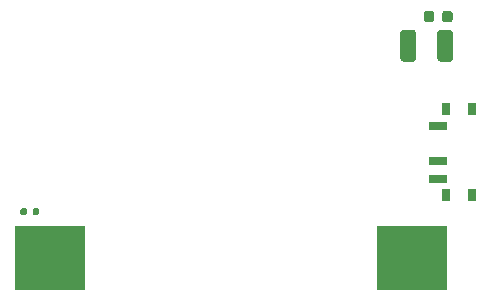
<source format=gbr>
%TF.GenerationSoftware,KiCad,Pcbnew,(5.1.9)-1*%
%TF.CreationDate,2021-12-28T16:52:40+01:00*%
%TF.ProjectId,heart,68656172-742e-46b6-9963-61645f706362,rev?*%
%TF.SameCoordinates,Original*%
%TF.FileFunction,Paste,Bot*%
%TF.FilePolarity,Positive*%
%FSLAX46Y46*%
G04 Gerber Fmt 4.6, Leading zero omitted, Abs format (unit mm)*
G04 Created by KiCad (PCBNEW (5.1.9)-1) date 2021-12-28 16:52:40*
%MOMM*%
%LPD*%
G01*
G04 APERTURE LIST*
%ADD10R,6.000000X5.500000*%
%ADD11R,0.800000X1.000000*%
%ADD12R,1.500000X0.700000*%
G04 APERTURE END LIST*
D10*
%TO.C,CR2450*%
X65300000Y-82000000D03*
X34700000Y-82000000D03*
%TD*%
D11*
%TO.C,SW1*%
X68220000Y-69350000D03*
X68220000Y-76650000D03*
X70430000Y-76650000D03*
X70430000Y-69350000D03*
D12*
X67570000Y-75250000D03*
X67570000Y-73750000D03*
X67570000Y-70750000D03*
%TD*%
%TO.C,C0*%
G36*
G01*
X67462500Y-65100002D02*
X67462500Y-62899998D01*
G75*
G02*
X67712498Y-62650000I249998J0D01*
G01*
X68537502Y-62650000D01*
G75*
G02*
X68787500Y-62899998I0J-249998D01*
G01*
X68787500Y-65100002D01*
G75*
G02*
X68537502Y-65350000I-249998J0D01*
G01*
X67712498Y-65350000D01*
G75*
G02*
X67462500Y-65100002I0J249998D01*
G01*
G37*
G36*
G01*
X64337500Y-65100002D02*
X64337500Y-62899998D01*
G75*
G02*
X64587498Y-62650000I249998J0D01*
G01*
X65412502Y-62650000D01*
G75*
G02*
X65662500Y-62899998I0J-249998D01*
G01*
X65662500Y-65100002D01*
G75*
G02*
X65412502Y-65350000I-249998J0D01*
G01*
X64587498Y-65350000D01*
G75*
G02*
X64337500Y-65100002I0J249998D01*
G01*
G37*
%TD*%
%TO.C,C1*%
G36*
G01*
X67875000Y-61775000D02*
X67875000Y-61275000D01*
G75*
G02*
X68100000Y-61050000I225000J0D01*
G01*
X68550000Y-61050000D01*
G75*
G02*
X68775000Y-61275000I0J-225000D01*
G01*
X68775000Y-61775000D01*
G75*
G02*
X68550000Y-62000000I-225000J0D01*
G01*
X68100000Y-62000000D01*
G75*
G02*
X67875000Y-61775000I0J225000D01*
G01*
G37*
G36*
G01*
X66325000Y-61775000D02*
X66325000Y-61275000D01*
G75*
G02*
X66550000Y-61050000I225000J0D01*
G01*
X67000000Y-61050000D01*
G75*
G02*
X67225000Y-61275000I0J-225000D01*
G01*
X67225000Y-61775000D01*
G75*
G02*
X67000000Y-62000000I-225000J0D01*
G01*
X66550000Y-62000000D01*
G75*
G02*
X66325000Y-61775000I0J225000D01*
G01*
G37*
%TD*%
%TO.C,R24*%
G36*
G01*
X32720000Y-77860000D02*
X32720000Y-78230000D01*
G75*
G02*
X32585000Y-78365000I-135000J0D01*
G01*
X32315000Y-78365000D01*
G75*
G02*
X32180000Y-78230000I0J135000D01*
G01*
X32180000Y-77860000D01*
G75*
G02*
X32315000Y-77725000I135000J0D01*
G01*
X32585000Y-77725000D01*
G75*
G02*
X32720000Y-77860000I0J-135000D01*
G01*
G37*
G36*
G01*
X33740000Y-77860000D02*
X33740000Y-78230000D01*
G75*
G02*
X33605000Y-78365000I-135000J0D01*
G01*
X33335000Y-78365000D01*
G75*
G02*
X33200000Y-78230000I0J135000D01*
G01*
X33200000Y-77860000D01*
G75*
G02*
X33335000Y-77725000I135000J0D01*
G01*
X33605000Y-77725000D01*
G75*
G02*
X33740000Y-77860000I0J-135000D01*
G01*
G37*
%TD*%
M02*

</source>
